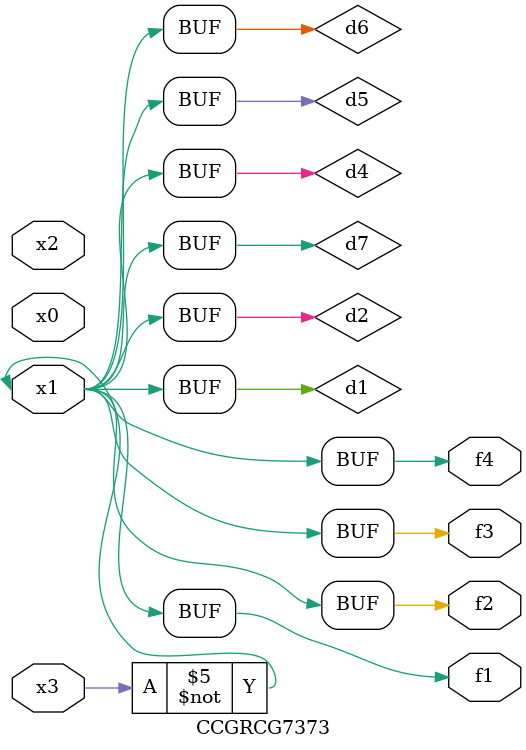
<source format=v>
module CCGRCG7373(
	input x0, x1, x2, x3,
	output f1, f2, f3, f4
);

	wire d1, d2, d3, d4, d5, d6, d7;

	not (d1, x3);
	buf (d2, x1);
	xnor (d3, d1, d2);
	nor (d4, d1);
	buf (d5, d1, d2);
	buf (d6, d4, d5);
	nand (d7, d4);
	assign f1 = d6;
	assign f2 = d7;
	assign f3 = d6;
	assign f4 = d6;
endmodule

</source>
